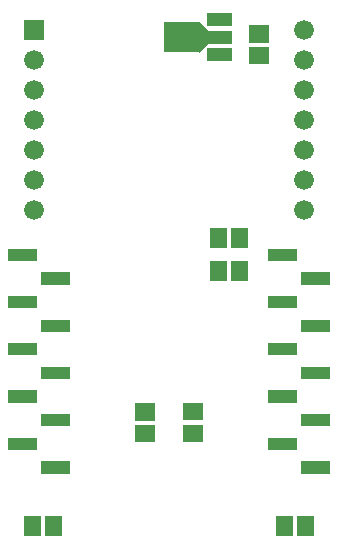
<source format=gbr>
G04 start of page 6 for group -4063 idx -4063 *
G04 Title: (unknown), componentmask *
G04 Creator: pcb 4.0.2 *
G04 CreationDate: Sat May 14 18:14:40 2022 UTC *
G04 For: railfan *
G04 Format: Gerber/RS-274X *
G04 PCB-Dimensions (mil): 1400.00 2300.00 *
G04 PCB-Coordinate-Origin: lower left *
%MOIN*%
%FSLAX25Y25*%
%LNTOPMASK*%
%ADD28C,0.0001*%
%ADD27C,0.0660*%
G54D27*X25000Y157500D03*
Y147500D03*
Y137500D03*
Y127500D03*
G54D28*G36*
X21700Y190800D02*Y184200D01*
X28300D01*
Y190800D01*
X21700D01*
G37*
G54D27*X25000Y177500D03*
Y167500D03*
X115000Y187500D03*
Y177500D03*
Y167500D03*
Y157500D03*
Y147500D03*
Y137500D03*
Y127500D03*
G54D28*G36*
X113991Y43619D02*Y39515D01*
X123607D01*
Y43619D01*
X113991D01*
G37*
G36*
Y59367D02*Y55263D01*
X123607D01*
Y59367D01*
X113991D01*
G37*
G36*
X74748Y62945D02*Y57227D01*
X81252D01*
Y62945D01*
X74748D01*
G37*
G36*
Y55859D02*Y50141D01*
X81252D01*
Y55859D01*
X74748D01*
G37*
G36*
X58748Y62902D02*Y57184D01*
X65252D01*
Y62902D01*
X58748D01*
G37*
G36*
Y55816D02*Y50098D01*
X65252D01*
Y55816D01*
X58748D01*
G37*
G36*
X113991Y75115D02*Y71011D01*
X123607D01*
Y75115D01*
X113991D01*
G37*
G36*
X103007Y82989D02*Y78885D01*
X112623D01*
Y82989D01*
X103007D01*
G37*
G36*
Y67241D02*Y63137D01*
X112623D01*
Y67241D01*
X103007D01*
G37*
G36*
Y51493D02*Y47389D01*
X112623D01*
Y51493D01*
X103007D01*
G37*
G36*
X111273Y25252D02*X105555D01*
Y18748D01*
X111273D01*
Y25252D01*
G37*
G36*
X118359D02*X112641D01*
Y18748D01*
X118359D01*
Y25252D01*
G37*
G36*
X82705Y193096D02*Y188716D01*
X91179D01*
Y193096D01*
X82705D01*
G37*
G36*
X96748Y188902D02*Y183184D01*
X103252D01*
Y188902D01*
X96748D01*
G37*
G36*
X82705Y181284D02*Y176904D01*
X91179D01*
Y181284D01*
X82705D01*
G37*
G36*
X74989Y187190D02*Y182810D01*
X91179D01*
Y187190D01*
X74989D01*
G37*
G36*
X68530Y190025D02*Y179975D01*
X80470D01*
Y190025D01*
X68530D01*
G37*
G36*
X83434Y183115D02*X81590Y184959D01*
X78326Y181695D01*
X80170Y179851D01*
X83434Y183115D01*
G37*
G36*
X80170Y190149D02*X78326Y188305D01*
X81590Y185041D01*
X83434Y186885D01*
X80170Y190149D01*
G37*
G36*
X96748Y181816D02*Y176098D01*
X103252D01*
Y181816D01*
X96748D01*
G37*
G36*
X27377Y43619D02*Y39515D01*
X36993D01*
Y43619D01*
X27377D01*
G37*
G36*
Y59367D02*Y55263D01*
X36993D01*
Y59367D01*
X27377D01*
G37*
G36*
Y75115D02*Y71011D01*
X36993D01*
Y75115D01*
X27377D01*
G37*
G36*
Y90863D02*Y86759D01*
X36993D01*
Y90863D01*
X27377D01*
G37*
G36*
Y106611D02*Y102507D01*
X36993D01*
Y106611D01*
X27377D01*
G37*
G36*
X16393Y114485D02*Y110381D01*
X26009D01*
Y114485D01*
X16393D01*
G37*
G36*
Y98737D02*Y94633D01*
X26009D01*
Y98737D01*
X16393D01*
G37*
G36*
Y82989D02*Y78885D01*
X26009D01*
Y82989D01*
X16393D01*
G37*
G36*
Y67241D02*Y63137D01*
X26009D01*
Y67241D01*
X16393D01*
G37*
G36*
Y51493D02*Y47389D01*
X26009D01*
Y51493D01*
X16393D01*
G37*
G36*
X34359Y25252D02*X28641D01*
Y18748D01*
X34359D01*
Y25252D01*
G37*
G36*
X27273D02*X21555D01*
Y18748D01*
X27273D01*
Y25252D01*
G37*
G36*
X113991Y90863D02*Y86759D01*
X123607D01*
Y90863D01*
X113991D01*
G37*
G36*
Y106611D02*Y102507D01*
X123607D01*
Y106611D01*
X113991D01*
G37*
G36*
X103007Y98737D02*Y94633D01*
X112623D01*
Y98737D01*
X103007D01*
G37*
G36*
Y114485D02*Y110381D01*
X112623D01*
Y114485D01*
X103007D01*
G37*
G36*
X89316Y110252D02*X83598D01*
Y103748D01*
X89316D01*
Y110252D01*
G37*
G36*
X96402D02*X90684D01*
Y103748D01*
X96402D01*
Y110252D01*
G37*
G36*
X89316Y121252D02*X83598D01*
Y114748D01*
X89316D01*
Y121252D01*
G37*
G36*
X96402D02*X90684D01*
Y114748D01*
X96402D01*
Y121252D01*
G37*
M02*

</source>
